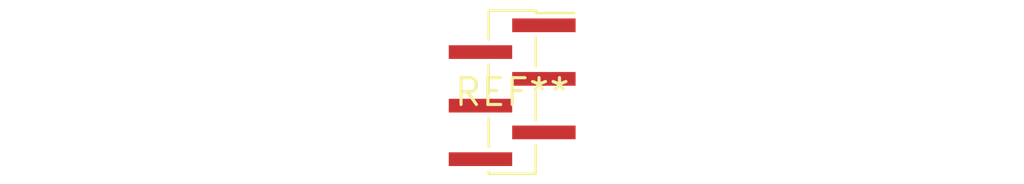
<source format=kicad_pcb>
(kicad_pcb (version 20240108) (generator pcbnew)
  (layers (0 "F.Cu" signal) (31 "B.Cu" signal) (34 "B.Paste" user) (35 "F.Paste" user) (36 "B.SilkS" user "B.Silkscreen") (37 "F.SilkS" user "F.Silkscreen") (38 "B.Mask" user) (39 "F.Mask" user) (44 "Edge.Cuts" user))
  (net 0 "")
  (footprint "PinHeader_1x06_P1.27mm_Vertical_SMD_Pin1Right" (layer "F.Cu") (at 0 0)
    (property "Reference" "REF**")
    (property "Value" "PinHeader_1x06_P1.27mm_Vertical_SMD_Pin1Right")
    (fp_line (start -1.11 -3.87) (end 1.11 -3.87) (layer "F.SilkS") (stroke (width 0.12)))
    (fp_line (start -1.11 -3.86) (end -1.11 -2.49) (layer "F.SilkS") (stroke (width 0.12)))
    (fp_line (start -1.11 -1.32) (end -1.11 0.05) (layer "F.SilkS") (stroke (width 0.12)))
    (fp_line (start -1.11 1.22) (end -1.11 2.59) (layer "F.SilkS") (stroke (width 0.12)))
    (fp_line (start -1.11 3.76) (end -1.11 3.87) (layer "F.SilkS") (stroke (width 0.12)))
    (fp_line (start -1.11 3.87) (end 1.11 3.87) (layer "F.SilkS") (stroke (width 0.12)))
    (fp_line (start 1.11 -3.87) (end 1.11 -3.76) (layer "F.SilkS") (stroke (width 0.12)))
    (fp_line (start 1.11 -3.76) (end 2.94 -3.76) (layer "F.SilkS") (stroke (width 0.12)))
    (fp_line (start 1.11 -2.59) (end 1.11 -1.22) (layer "F.SilkS") (stroke (width 0.12)))
    (fp_line (start 1.11 -0.05) (end 1.11 1.32) (layer "F.SilkS") (stroke (width 0.12)))
    (fp_line (start 1.11 2.49) (end 1.11 3.86) (layer "F.SilkS") (stroke (width 0.12)))
    (pad "1" smd rect (at 1.5 -3.175) (size 3 0.65) (layers "F.Cu" "F.Paste" "F.Mask"))
    (pad "2" smd rect (at -1.5 -1.905) (size 3 0.65) (layers "F.Cu" "F.Paste" "F.Mask"))
    (pad "3" smd rect (at 1.5 -0.635) (size 3 0.65) (layers "F.Cu" "F.Paste" "F.Mask"))
    (pad "4" smd rect (at -1.5 0.635) (size 3 0.65) (layers "F.Cu" "F.Paste" "F.Mask"))
    (pad "5" smd rect (at 1.5 1.905) (size 3 0.65) (layers "F.Cu" "F.Paste" "F.Mask"))
    (pad "6" smd rect (at -1.5 3.175) (size 3 0.65) (layers "F.Cu" "F.Paste" "F.Mask"))
  )
)
</source>
